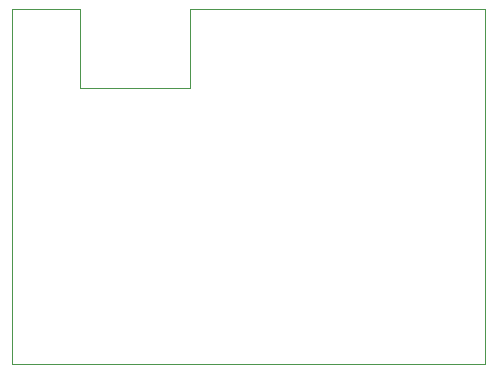
<source format=gbr>
%TF.GenerationSoftware,KiCad,Pcbnew,7.0.7*%
%TF.CreationDate,2023-12-08T19:41:31-05:00*%
%TF.ProjectId,pixie-rev-4,70697869-652d-4726-9576-2d342e6b6963,rev?*%
%TF.SameCoordinates,Original*%
%TF.FileFunction,Profile,NP*%
%FSLAX46Y46*%
G04 Gerber Fmt 4.6, Leading zero omitted, Abs format (unit mm)*
G04 Created by KiCad (PCBNEW 7.0.7) date 2023-12-08 19:41:31*
%MOMM*%
%LPD*%
G01*
G04 APERTURE LIST*
%TA.AperFunction,Profile*%
%ADD10C,0.100000*%
%TD*%
G04 APERTURE END LIST*
D10*
X190000000Y-40000000D02*
X190000000Y-70000000D01*
X150000000Y-40000000D02*
X155760000Y-40000000D01*
X165000000Y-46650000D02*
X165000000Y-40000000D01*
X150000000Y-70000000D02*
X150000000Y-40000000D01*
X155760000Y-40000000D02*
X155760000Y-46650000D01*
X155760000Y-46650000D02*
X165000000Y-46650000D01*
X165000000Y-40000000D02*
X190000000Y-40000000D01*
X190000000Y-70000000D02*
X150000000Y-70000000D01*
M02*

</source>
